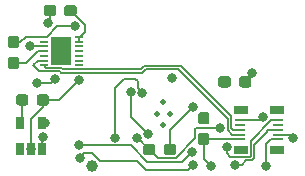
<source format=gbr>
G04 #@! TF.GenerationSoftware,KiCad,Pcbnew,(5.0.0-rc2-200-g1f6f76beb)*
G04 #@! TF.CreationDate,2020-02-24T22:29:59-05:00*
G04 #@! TF.ProjectId,watch-power,77617463682D706F7765722E6B696361,rev?*
G04 #@! TF.SameCoordinates,Original*
G04 #@! TF.FileFunction,Copper,L1,Top,Signal*
G04 #@! TF.FilePolarity,Positive*
%FSLAX46Y46*%
G04 Gerber Fmt 4.6, Leading zero omitted, Abs format (unit mm)*
G04 Created by KiCad (PCBNEW (5.0.0-rc2-200-g1f6f76beb)) date Mon Feb 24 22:29:59 2020*
%MOMM*%
%LPD*%
G01*
G04 APERTURE LIST*
G04 #@! TA.AperFunction,Conductor*
%ADD10C,0.100000*%
G04 #@! TD*
G04 #@! TA.AperFunction,SMDPad,CuDef*
%ADD11C,0.950000*%
G04 #@! TD*
G04 #@! TA.AperFunction,SMDPad,CuDef*
%ADD12R,0.700000X0.250000*%
G04 #@! TD*
G04 #@! TA.AperFunction,SMDPad,CuDef*
%ADD13R,1.780000X2.350000*%
G04 #@! TD*
G04 #@! TA.AperFunction,SMDPad,CuDef*
%ADD14R,0.650000X1.060000*%
G04 #@! TD*
G04 #@! TA.AperFunction,ViaPad*
%ADD15C,0.500000*%
G04 #@! TD*
G04 #@! TA.AperFunction,SMDPad,CuDef*
%ADD16R,0.920000X0.230000*%
G04 #@! TD*
G04 #@! TA.AperFunction,SMDPad,CuDef*
%ADD17R,1.200000X0.700000*%
G04 #@! TD*
G04 #@! TA.AperFunction,BGAPad,CuDef*
%ADD18C,1.000000*%
G04 #@! TD*
G04 #@! TA.AperFunction,ViaPad*
%ADD19C,0.800000*%
G04 #@! TD*
G04 #@! TA.AperFunction,Conductor*
%ADD20C,0.150000*%
G04 #@! TD*
G04 APERTURE END LIST*
D10*
G04 #@! TO.N,GND*
G04 #@! TO.C,C1*
G36*
X72447579Y-69263944D02*
X72470634Y-69267363D01*
X72493243Y-69273027D01*
X72515187Y-69280879D01*
X72536257Y-69290844D01*
X72556248Y-69302826D01*
X72574968Y-69316710D01*
X72592238Y-69332362D01*
X72607890Y-69349632D01*
X72621774Y-69368352D01*
X72633756Y-69388343D01*
X72643721Y-69409413D01*
X72651573Y-69431357D01*
X72657237Y-69453966D01*
X72660656Y-69477021D01*
X72661800Y-69500300D01*
X72661800Y-70075300D01*
X72660656Y-70098579D01*
X72657237Y-70121634D01*
X72651573Y-70144243D01*
X72643721Y-70166187D01*
X72633756Y-70187257D01*
X72621774Y-70207248D01*
X72607890Y-70225968D01*
X72592238Y-70243238D01*
X72574968Y-70258890D01*
X72556248Y-70272774D01*
X72536257Y-70284756D01*
X72515187Y-70294721D01*
X72493243Y-70302573D01*
X72470634Y-70308237D01*
X72447579Y-70311656D01*
X72424300Y-70312800D01*
X71949300Y-70312800D01*
X71926021Y-70311656D01*
X71902966Y-70308237D01*
X71880357Y-70302573D01*
X71858413Y-70294721D01*
X71837343Y-70284756D01*
X71817352Y-70272774D01*
X71798632Y-70258890D01*
X71781362Y-70243238D01*
X71765710Y-70225968D01*
X71751826Y-70207248D01*
X71739844Y-70187257D01*
X71729879Y-70166187D01*
X71722027Y-70144243D01*
X71716363Y-70121634D01*
X71712944Y-70098579D01*
X71711800Y-70075300D01*
X71711800Y-69500300D01*
X71712944Y-69477021D01*
X71716363Y-69453966D01*
X71722027Y-69431357D01*
X71729879Y-69409413D01*
X71739844Y-69388343D01*
X71751826Y-69368352D01*
X71765710Y-69349632D01*
X71781362Y-69332362D01*
X71798632Y-69316710D01*
X71817352Y-69302826D01*
X71837343Y-69290844D01*
X71858413Y-69280879D01*
X71880357Y-69273027D01*
X71902966Y-69267363D01*
X71926021Y-69263944D01*
X71949300Y-69262800D01*
X72424300Y-69262800D01*
X72447579Y-69263944D01*
X72447579Y-69263944D01*
G37*
D11*
G04 #@! TD*
G04 #@! TO.P,C1,2*
G04 #@! TO.N,GND*
X72186800Y-69787800D03*
D10*
G04 #@! TO.N,Net-(C1-Pad1)*
G04 #@! TO.C,C1*
G36*
X72447579Y-71013944D02*
X72470634Y-71017363D01*
X72493243Y-71023027D01*
X72515187Y-71030879D01*
X72536257Y-71040844D01*
X72556248Y-71052826D01*
X72574968Y-71066710D01*
X72592238Y-71082362D01*
X72607890Y-71099632D01*
X72621774Y-71118352D01*
X72633756Y-71138343D01*
X72643721Y-71159413D01*
X72651573Y-71181357D01*
X72657237Y-71203966D01*
X72660656Y-71227021D01*
X72661800Y-71250300D01*
X72661800Y-71825300D01*
X72660656Y-71848579D01*
X72657237Y-71871634D01*
X72651573Y-71894243D01*
X72643721Y-71916187D01*
X72633756Y-71937257D01*
X72621774Y-71957248D01*
X72607890Y-71975968D01*
X72592238Y-71993238D01*
X72574968Y-72008890D01*
X72556248Y-72022774D01*
X72536257Y-72034756D01*
X72515187Y-72044721D01*
X72493243Y-72052573D01*
X72470634Y-72058237D01*
X72447579Y-72061656D01*
X72424300Y-72062800D01*
X71949300Y-72062800D01*
X71926021Y-72061656D01*
X71902966Y-72058237D01*
X71880357Y-72052573D01*
X71858413Y-72044721D01*
X71837343Y-72034756D01*
X71817352Y-72022774D01*
X71798632Y-72008890D01*
X71781362Y-71993238D01*
X71765710Y-71975968D01*
X71751826Y-71957248D01*
X71739844Y-71937257D01*
X71729879Y-71916187D01*
X71722027Y-71894243D01*
X71716363Y-71871634D01*
X71712944Y-71848579D01*
X71711800Y-71825300D01*
X71711800Y-71250300D01*
X71712944Y-71227021D01*
X71716363Y-71203966D01*
X71722027Y-71181357D01*
X71729879Y-71159413D01*
X71739844Y-71138343D01*
X71751826Y-71118352D01*
X71765710Y-71099632D01*
X71781362Y-71082362D01*
X71798632Y-71066710D01*
X71817352Y-71052826D01*
X71837343Y-71040844D01*
X71858413Y-71030879D01*
X71880357Y-71023027D01*
X71902966Y-71017363D01*
X71926021Y-71013944D01*
X71949300Y-71012800D01*
X72424300Y-71012800D01*
X72447579Y-71013944D01*
X72447579Y-71013944D01*
G37*
D11*
G04 #@! TD*
G04 #@! TO.P,C1,1*
G04 #@! TO.N,Net-(C1-Pad1)*
X72186800Y-71537800D03*
D10*
G04 #@! TO.N,VIN*
G04 #@! TO.C,C2*
G36*
X90367779Y-72678144D02*
X90390834Y-72681563D01*
X90413443Y-72687227D01*
X90435387Y-72695079D01*
X90456457Y-72705044D01*
X90476448Y-72717026D01*
X90495168Y-72730910D01*
X90512438Y-72746562D01*
X90528090Y-72763832D01*
X90541974Y-72782552D01*
X90553956Y-72802543D01*
X90563921Y-72823613D01*
X90571773Y-72845557D01*
X90577437Y-72868166D01*
X90580856Y-72891221D01*
X90582000Y-72914500D01*
X90582000Y-73389500D01*
X90580856Y-73412779D01*
X90577437Y-73435834D01*
X90571773Y-73458443D01*
X90563921Y-73480387D01*
X90553956Y-73501457D01*
X90541974Y-73521448D01*
X90528090Y-73540168D01*
X90512438Y-73557438D01*
X90495168Y-73573090D01*
X90476448Y-73586974D01*
X90456457Y-73598956D01*
X90435387Y-73608921D01*
X90413443Y-73616773D01*
X90390834Y-73622437D01*
X90367779Y-73625856D01*
X90344500Y-73627000D01*
X89769500Y-73627000D01*
X89746221Y-73625856D01*
X89723166Y-73622437D01*
X89700557Y-73616773D01*
X89678613Y-73608921D01*
X89657543Y-73598956D01*
X89637552Y-73586974D01*
X89618832Y-73573090D01*
X89601562Y-73557438D01*
X89585910Y-73540168D01*
X89572026Y-73521448D01*
X89560044Y-73501457D01*
X89550079Y-73480387D01*
X89542227Y-73458443D01*
X89536563Y-73435834D01*
X89533144Y-73412779D01*
X89532000Y-73389500D01*
X89532000Y-72914500D01*
X89533144Y-72891221D01*
X89536563Y-72868166D01*
X89542227Y-72845557D01*
X89550079Y-72823613D01*
X89560044Y-72802543D01*
X89572026Y-72782552D01*
X89585910Y-72763832D01*
X89601562Y-72746562D01*
X89618832Y-72730910D01*
X89637552Y-72717026D01*
X89657543Y-72705044D01*
X89678613Y-72695079D01*
X89700557Y-72687227D01*
X89723166Y-72681563D01*
X89746221Y-72678144D01*
X89769500Y-72677000D01*
X90344500Y-72677000D01*
X90367779Y-72678144D01*
X90367779Y-72678144D01*
G37*
D11*
G04 #@! TD*
G04 #@! TO.P,C2,1*
G04 #@! TO.N,VIN*
X90057000Y-73152000D03*
D10*
G04 #@! TO.N,GND*
G04 #@! TO.C,C2*
G36*
X92117779Y-72678144D02*
X92140834Y-72681563D01*
X92163443Y-72687227D01*
X92185387Y-72695079D01*
X92206457Y-72705044D01*
X92226448Y-72717026D01*
X92245168Y-72730910D01*
X92262438Y-72746562D01*
X92278090Y-72763832D01*
X92291974Y-72782552D01*
X92303956Y-72802543D01*
X92313921Y-72823613D01*
X92321773Y-72845557D01*
X92327437Y-72868166D01*
X92330856Y-72891221D01*
X92332000Y-72914500D01*
X92332000Y-73389500D01*
X92330856Y-73412779D01*
X92327437Y-73435834D01*
X92321773Y-73458443D01*
X92313921Y-73480387D01*
X92303956Y-73501457D01*
X92291974Y-73521448D01*
X92278090Y-73540168D01*
X92262438Y-73557438D01*
X92245168Y-73573090D01*
X92226448Y-73586974D01*
X92206457Y-73598956D01*
X92185387Y-73608921D01*
X92163443Y-73616773D01*
X92140834Y-73622437D01*
X92117779Y-73625856D01*
X92094500Y-73627000D01*
X91519500Y-73627000D01*
X91496221Y-73625856D01*
X91473166Y-73622437D01*
X91450557Y-73616773D01*
X91428613Y-73608921D01*
X91407543Y-73598956D01*
X91387552Y-73586974D01*
X91368832Y-73573090D01*
X91351562Y-73557438D01*
X91335910Y-73540168D01*
X91322026Y-73521448D01*
X91310044Y-73501457D01*
X91300079Y-73480387D01*
X91292227Y-73458443D01*
X91286563Y-73435834D01*
X91283144Y-73412779D01*
X91282000Y-73389500D01*
X91282000Y-72914500D01*
X91283144Y-72891221D01*
X91286563Y-72868166D01*
X91292227Y-72845557D01*
X91300079Y-72823613D01*
X91310044Y-72802543D01*
X91322026Y-72782552D01*
X91335910Y-72763832D01*
X91351562Y-72746562D01*
X91368832Y-72730910D01*
X91387552Y-72717026D01*
X91407543Y-72705044D01*
X91428613Y-72695079D01*
X91450557Y-72687227D01*
X91473166Y-72681563D01*
X91496221Y-72678144D01*
X91519500Y-72677000D01*
X92094500Y-72677000D01*
X92117779Y-72678144D01*
X92117779Y-72678144D01*
G37*
D11*
G04 #@! TD*
G04 #@! TO.P,C2,2*
G04 #@! TO.N,GND*
X91807000Y-73152000D03*
D10*
G04 #@! TO.N,GND*
G04 #@! TO.C,C4*
G36*
X88551179Y-75704144D02*
X88574234Y-75707563D01*
X88596843Y-75713227D01*
X88618787Y-75721079D01*
X88639857Y-75731044D01*
X88659848Y-75743026D01*
X88678568Y-75756910D01*
X88695838Y-75772562D01*
X88711490Y-75789832D01*
X88725374Y-75808552D01*
X88737356Y-75828543D01*
X88747321Y-75849613D01*
X88755173Y-75871557D01*
X88760837Y-75894166D01*
X88764256Y-75917221D01*
X88765400Y-75940500D01*
X88765400Y-76515500D01*
X88764256Y-76538779D01*
X88760837Y-76561834D01*
X88755173Y-76584443D01*
X88747321Y-76606387D01*
X88737356Y-76627457D01*
X88725374Y-76647448D01*
X88711490Y-76666168D01*
X88695838Y-76683438D01*
X88678568Y-76699090D01*
X88659848Y-76712974D01*
X88639857Y-76724956D01*
X88618787Y-76734921D01*
X88596843Y-76742773D01*
X88574234Y-76748437D01*
X88551179Y-76751856D01*
X88527900Y-76753000D01*
X88052900Y-76753000D01*
X88029621Y-76751856D01*
X88006566Y-76748437D01*
X87983957Y-76742773D01*
X87962013Y-76734921D01*
X87940943Y-76724956D01*
X87920952Y-76712974D01*
X87902232Y-76699090D01*
X87884962Y-76683438D01*
X87869310Y-76666168D01*
X87855426Y-76647448D01*
X87843444Y-76627457D01*
X87833479Y-76606387D01*
X87825627Y-76584443D01*
X87819963Y-76561834D01*
X87816544Y-76538779D01*
X87815400Y-76515500D01*
X87815400Y-75940500D01*
X87816544Y-75917221D01*
X87819963Y-75894166D01*
X87825627Y-75871557D01*
X87833479Y-75849613D01*
X87843444Y-75828543D01*
X87855426Y-75808552D01*
X87869310Y-75789832D01*
X87884962Y-75772562D01*
X87902232Y-75756910D01*
X87920952Y-75743026D01*
X87940943Y-75731044D01*
X87962013Y-75721079D01*
X87983957Y-75713227D01*
X88006566Y-75707563D01*
X88029621Y-75704144D01*
X88052900Y-75703000D01*
X88527900Y-75703000D01*
X88551179Y-75704144D01*
X88551179Y-75704144D01*
G37*
D11*
G04 #@! TD*
G04 #@! TO.P,C4,2*
G04 #@! TO.N,GND*
X88290400Y-76228000D03*
D10*
G04 #@! TO.N,+3V3*
G04 #@! TO.C,C4*
G36*
X88551179Y-77454144D02*
X88574234Y-77457563D01*
X88596843Y-77463227D01*
X88618787Y-77471079D01*
X88639857Y-77481044D01*
X88659848Y-77493026D01*
X88678568Y-77506910D01*
X88695838Y-77522562D01*
X88711490Y-77539832D01*
X88725374Y-77558552D01*
X88737356Y-77578543D01*
X88747321Y-77599613D01*
X88755173Y-77621557D01*
X88760837Y-77644166D01*
X88764256Y-77667221D01*
X88765400Y-77690500D01*
X88765400Y-78265500D01*
X88764256Y-78288779D01*
X88760837Y-78311834D01*
X88755173Y-78334443D01*
X88747321Y-78356387D01*
X88737356Y-78377457D01*
X88725374Y-78397448D01*
X88711490Y-78416168D01*
X88695838Y-78433438D01*
X88678568Y-78449090D01*
X88659848Y-78462974D01*
X88639857Y-78474956D01*
X88618787Y-78484921D01*
X88596843Y-78492773D01*
X88574234Y-78498437D01*
X88551179Y-78501856D01*
X88527900Y-78503000D01*
X88052900Y-78503000D01*
X88029621Y-78501856D01*
X88006566Y-78498437D01*
X87983957Y-78492773D01*
X87962013Y-78484921D01*
X87940943Y-78474956D01*
X87920952Y-78462974D01*
X87902232Y-78449090D01*
X87884962Y-78433438D01*
X87869310Y-78416168D01*
X87855426Y-78397448D01*
X87843444Y-78377457D01*
X87833479Y-78356387D01*
X87825627Y-78334443D01*
X87819963Y-78311834D01*
X87816544Y-78288779D01*
X87815400Y-78265500D01*
X87815400Y-77690500D01*
X87816544Y-77667221D01*
X87819963Y-77644166D01*
X87825627Y-77621557D01*
X87833479Y-77599613D01*
X87843444Y-77578543D01*
X87855426Y-77558552D01*
X87869310Y-77539832D01*
X87884962Y-77522562D01*
X87902232Y-77506910D01*
X87920952Y-77493026D01*
X87940943Y-77481044D01*
X87962013Y-77471079D01*
X87983957Y-77463227D01*
X88006566Y-77457563D01*
X88029621Y-77454144D01*
X88052900Y-77453000D01*
X88527900Y-77453000D01*
X88551179Y-77454144D01*
X88551179Y-77454144D01*
G37*
D11*
G04 #@! TD*
G04 #@! TO.P,C4,1*
G04 #@! TO.N,+3V3*
X88290400Y-77978000D03*
D10*
G04 #@! TO.N,+BATT*
G04 #@! TO.C,R1*
G36*
X77323579Y-66632944D02*
X77346634Y-66636363D01*
X77369243Y-66642027D01*
X77391187Y-66649879D01*
X77412257Y-66659844D01*
X77432248Y-66671826D01*
X77450968Y-66685710D01*
X77468238Y-66701362D01*
X77483890Y-66718632D01*
X77497774Y-66737352D01*
X77509756Y-66757343D01*
X77519721Y-66778413D01*
X77527573Y-66800357D01*
X77533237Y-66822966D01*
X77536656Y-66846021D01*
X77537800Y-66869300D01*
X77537800Y-67344300D01*
X77536656Y-67367579D01*
X77533237Y-67390634D01*
X77527573Y-67413243D01*
X77519721Y-67435187D01*
X77509756Y-67456257D01*
X77497774Y-67476248D01*
X77483890Y-67494968D01*
X77468238Y-67512238D01*
X77450968Y-67527890D01*
X77432248Y-67541774D01*
X77412257Y-67553756D01*
X77391187Y-67563721D01*
X77369243Y-67571573D01*
X77346634Y-67577237D01*
X77323579Y-67580656D01*
X77300300Y-67581800D01*
X76725300Y-67581800D01*
X76702021Y-67580656D01*
X76678966Y-67577237D01*
X76656357Y-67571573D01*
X76634413Y-67563721D01*
X76613343Y-67553756D01*
X76593352Y-67541774D01*
X76574632Y-67527890D01*
X76557362Y-67512238D01*
X76541710Y-67494968D01*
X76527826Y-67476248D01*
X76515844Y-67456257D01*
X76505879Y-67435187D01*
X76498027Y-67413243D01*
X76492363Y-67390634D01*
X76488944Y-67367579D01*
X76487800Y-67344300D01*
X76487800Y-66869300D01*
X76488944Y-66846021D01*
X76492363Y-66822966D01*
X76498027Y-66800357D01*
X76505879Y-66778413D01*
X76515844Y-66757343D01*
X76527826Y-66737352D01*
X76541710Y-66718632D01*
X76557362Y-66701362D01*
X76574632Y-66685710D01*
X76593352Y-66671826D01*
X76613343Y-66659844D01*
X76634413Y-66649879D01*
X76656357Y-66642027D01*
X76678966Y-66636363D01*
X76702021Y-66632944D01*
X76725300Y-66631800D01*
X77300300Y-66631800D01*
X77323579Y-66632944D01*
X77323579Y-66632944D01*
G37*
D11*
G04 #@! TD*
G04 #@! TO.P,R1,2*
G04 #@! TO.N,+BATT*
X77012800Y-67106800D03*
D10*
G04 #@! TO.N,BATTPOW*
G04 #@! TO.C,R1*
G36*
X75573579Y-66632944D02*
X75596634Y-66636363D01*
X75619243Y-66642027D01*
X75641187Y-66649879D01*
X75662257Y-66659844D01*
X75682248Y-66671826D01*
X75700968Y-66685710D01*
X75718238Y-66701362D01*
X75733890Y-66718632D01*
X75747774Y-66737352D01*
X75759756Y-66757343D01*
X75769721Y-66778413D01*
X75777573Y-66800357D01*
X75783237Y-66822966D01*
X75786656Y-66846021D01*
X75787800Y-66869300D01*
X75787800Y-67344300D01*
X75786656Y-67367579D01*
X75783237Y-67390634D01*
X75777573Y-67413243D01*
X75769721Y-67435187D01*
X75759756Y-67456257D01*
X75747774Y-67476248D01*
X75733890Y-67494968D01*
X75718238Y-67512238D01*
X75700968Y-67527890D01*
X75682248Y-67541774D01*
X75662257Y-67553756D01*
X75641187Y-67563721D01*
X75619243Y-67571573D01*
X75596634Y-67577237D01*
X75573579Y-67580656D01*
X75550300Y-67581800D01*
X74975300Y-67581800D01*
X74952021Y-67580656D01*
X74928966Y-67577237D01*
X74906357Y-67571573D01*
X74884413Y-67563721D01*
X74863343Y-67553756D01*
X74843352Y-67541774D01*
X74824632Y-67527890D01*
X74807362Y-67512238D01*
X74791710Y-67494968D01*
X74777826Y-67476248D01*
X74765844Y-67456257D01*
X74755879Y-67435187D01*
X74748027Y-67413243D01*
X74742363Y-67390634D01*
X74738944Y-67367579D01*
X74737800Y-67344300D01*
X74737800Y-66869300D01*
X74738944Y-66846021D01*
X74742363Y-66822966D01*
X74748027Y-66800357D01*
X74755879Y-66778413D01*
X74765844Y-66757343D01*
X74777826Y-66737352D01*
X74791710Y-66718632D01*
X74807362Y-66701362D01*
X74824632Y-66685710D01*
X74843352Y-66671826D01*
X74863343Y-66659844D01*
X74884413Y-66649879D01*
X74906357Y-66642027D01*
X74928966Y-66636363D01*
X74952021Y-66632944D01*
X74975300Y-66631800D01*
X75550300Y-66631800D01*
X75573579Y-66632944D01*
X75573579Y-66632944D01*
G37*
D11*
G04 #@! TD*
G04 #@! TO.P,R1,1*
G04 #@! TO.N,BATTPOW*
X75262800Y-67106800D03*
D10*
G04 #@! TO.N,Net-(R2-Pad1)*
G04 #@! TO.C,R2*
G36*
X73236779Y-74202144D02*
X73259834Y-74205563D01*
X73282443Y-74211227D01*
X73304387Y-74219079D01*
X73325457Y-74229044D01*
X73345448Y-74241026D01*
X73364168Y-74254910D01*
X73381438Y-74270562D01*
X73397090Y-74287832D01*
X73410974Y-74306552D01*
X73422956Y-74326543D01*
X73432921Y-74347613D01*
X73440773Y-74369557D01*
X73446437Y-74392166D01*
X73449856Y-74415221D01*
X73451000Y-74438500D01*
X73451000Y-74913500D01*
X73449856Y-74936779D01*
X73446437Y-74959834D01*
X73440773Y-74982443D01*
X73432921Y-75004387D01*
X73422956Y-75025457D01*
X73410974Y-75045448D01*
X73397090Y-75064168D01*
X73381438Y-75081438D01*
X73364168Y-75097090D01*
X73345448Y-75110974D01*
X73325457Y-75122956D01*
X73304387Y-75132921D01*
X73282443Y-75140773D01*
X73259834Y-75146437D01*
X73236779Y-75149856D01*
X73213500Y-75151000D01*
X72638500Y-75151000D01*
X72615221Y-75149856D01*
X72592166Y-75146437D01*
X72569557Y-75140773D01*
X72547613Y-75132921D01*
X72526543Y-75122956D01*
X72506552Y-75110974D01*
X72487832Y-75097090D01*
X72470562Y-75081438D01*
X72454910Y-75064168D01*
X72441026Y-75045448D01*
X72429044Y-75025457D01*
X72419079Y-75004387D01*
X72411227Y-74982443D01*
X72405563Y-74959834D01*
X72402144Y-74936779D01*
X72401000Y-74913500D01*
X72401000Y-74438500D01*
X72402144Y-74415221D01*
X72405563Y-74392166D01*
X72411227Y-74369557D01*
X72419079Y-74347613D01*
X72429044Y-74326543D01*
X72441026Y-74306552D01*
X72454910Y-74287832D01*
X72470562Y-74270562D01*
X72487832Y-74254910D01*
X72506552Y-74241026D01*
X72526543Y-74229044D01*
X72547613Y-74219079D01*
X72569557Y-74211227D01*
X72592166Y-74205563D01*
X72615221Y-74202144D01*
X72638500Y-74201000D01*
X73213500Y-74201000D01*
X73236779Y-74202144D01*
X73236779Y-74202144D01*
G37*
D11*
G04 #@! TD*
G04 #@! TO.P,R2,1*
G04 #@! TO.N,Net-(R2-Pad1)*
X72926000Y-74676000D03*
D10*
G04 #@! TO.N,GND*
G04 #@! TO.C,R2*
G36*
X74986779Y-74202144D02*
X75009834Y-74205563D01*
X75032443Y-74211227D01*
X75054387Y-74219079D01*
X75075457Y-74229044D01*
X75095448Y-74241026D01*
X75114168Y-74254910D01*
X75131438Y-74270562D01*
X75147090Y-74287832D01*
X75160974Y-74306552D01*
X75172956Y-74326543D01*
X75182921Y-74347613D01*
X75190773Y-74369557D01*
X75196437Y-74392166D01*
X75199856Y-74415221D01*
X75201000Y-74438500D01*
X75201000Y-74913500D01*
X75199856Y-74936779D01*
X75196437Y-74959834D01*
X75190773Y-74982443D01*
X75182921Y-75004387D01*
X75172956Y-75025457D01*
X75160974Y-75045448D01*
X75147090Y-75064168D01*
X75131438Y-75081438D01*
X75114168Y-75097090D01*
X75095448Y-75110974D01*
X75075457Y-75122956D01*
X75054387Y-75132921D01*
X75032443Y-75140773D01*
X75009834Y-75146437D01*
X74986779Y-75149856D01*
X74963500Y-75151000D01*
X74388500Y-75151000D01*
X74365221Y-75149856D01*
X74342166Y-75146437D01*
X74319557Y-75140773D01*
X74297613Y-75132921D01*
X74276543Y-75122956D01*
X74256552Y-75110974D01*
X74237832Y-75097090D01*
X74220562Y-75081438D01*
X74204910Y-75064168D01*
X74191026Y-75045448D01*
X74179044Y-75025457D01*
X74169079Y-75004387D01*
X74161227Y-74982443D01*
X74155563Y-74959834D01*
X74152144Y-74936779D01*
X74151000Y-74913500D01*
X74151000Y-74438500D01*
X74152144Y-74415221D01*
X74155563Y-74392166D01*
X74161227Y-74369557D01*
X74169079Y-74347613D01*
X74179044Y-74326543D01*
X74191026Y-74306552D01*
X74204910Y-74287832D01*
X74220562Y-74270562D01*
X74237832Y-74254910D01*
X74256552Y-74241026D01*
X74276543Y-74229044D01*
X74297613Y-74219079D01*
X74319557Y-74211227D01*
X74342166Y-74205563D01*
X74365221Y-74202144D01*
X74388500Y-74201000D01*
X74963500Y-74201000D01*
X74986779Y-74202144D01*
X74986779Y-74202144D01*
G37*
D11*
G04 #@! TD*
G04 #@! TO.P,R2,2*
G04 #@! TO.N,GND*
X74676000Y-74676000D03*
D10*
G04 #@! TO.N,VIN*
G04 #@! TO.C,R3*
G36*
X83991580Y-78418544D02*
X84014635Y-78421963D01*
X84037244Y-78427627D01*
X84059188Y-78435479D01*
X84080258Y-78445444D01*
X84100249Y-78457426D01*
X84118969Y-78471310D01*
X84136239Y-78486962D01*
X84151891Y-78504232D01*
X84165775Y-78522952D01*
X84177757Y-78542943D01*
X84187722Y-78564013D01*
X84195574Y-78585957D01*
X84201238Y-78608566D01*
X84204657Y-78631621D01*
X84205801Y-78654900D01*
X84205801Y-79129900D01*
X84204657Y-79153179D01*
X84201238Y-79176234D01*
X84195574Y-79198843D01*
X84187722Y-79220787D01*
X84177757Y-79241857D01*
X84165775Y-79261848D01*
X84151891Y-79280568D01*
X84136239Y-79297838D01*
X84118969Y-79313490D01*
X84100249Y-79327374D01*
X84080258Y-79339356D01*
X84059188Y-79349321D01*
X84037244Y-79357173D01*
X84014635Y-79362837D01*
X83991580Y-79366256D01*
X83968301Y-79367400D01*
X83393301Y-79367400D01*
X83370022Y-79366256D01*
X83346967Y-79362837D01*
X83324358Y-79357173D01*
X83302414Y-79349321D01*
X83281344Y-79339356D01*
X83261353Y-79327374D01*
X83242633Y-79313490D01*
X83225363Y-79297838D01*
X83209711Y-79280568D01*
X83195827Y-79261848D01*
X83183845Y-79241857D01*
X83173880Y-79220787D01*
X83166028Y-79198843D01*
X83160364Y-79176234D01*
X83156945Y-79153179D01*
X83155801Y-79129900D01*
X83155801Y-78654900D01*
X83156945Y-78631621D01*
X83160364Y-78608566D01*
X83166028Y-78585957D01*
X83173880Y-78564013D01*
X83183845Y-78542943D01*
X83195827Y-78522952D01*
X83209711Y-78504232D01*
X83225363Y-78486962D01*
X83242633Y-78471310D01*
X83261353Y-78457426D01*
X83281344Y-78445444D01*
X83302414Y-78435479D01*
X83324358Y-78427627D01*
X83346967Y-78421963D01*
X83370022Y-78418544D01*
X83393301Y-78417400D01*
X83968301Y-78417400D01*
X83991580Y-78418544D01*
X83991580Y-78418544D01*
G37*
D11*
G04 #@! TD*
G04 #@! TO.P,R3,1*
G04 #@! TO.N,VIN*
X83680801Y-78892400D03*
D10*
G04 #@! TO.N,Net-(R3-Pad2)*
G04 #@! TO.C,R3*
G36*
X85741580Y-78418544D02*
X85764635Y-78421963D01*
X85787244Y-78427627D01*
X85809188Y-78435479D01*
X85830258Y-78445444D01*
X85850249Y-78457426D01*
X85868969Y-78471310D01*
X85886239Y-78486962D01*
X85901891Y-78504232D01*
X85915775Y-78522952D01*
X85927757Y-78542943D01*
X85937722Y-78564013D01*
X85945574Y-78585957D01*
X85951238Y-78608566D01*
X85954657Y-78631621D01*
X85955801Y-78654900D01*
X85955801Y-79129900D01*
X85954657Y-79153179D01*
X85951238Y-79176234D01*
X85945574Y-79198843D01*
X85937722Y-79220787D01*
X85927757Y-79241857D01*
X85915775Y-79261848D01*
X85901891Y-79280568D01*
X85886239Y-79297838D01*
X85868969Y-79313490D01*
X85850249Y-79327374D01*
X85830258Y-79339356D01*
X85809188Y-79349321D01*
X85787244Y-79357173D01*
X85764635Y-79362837D01*
X85741580Y-79366256D01*
X85718301Y-79367400D01*
X85143301Y-79367400D01*
X85120022Y-79366256D01*
X85096967Y-79362837D01*
X85074358Y-79357173D01*
X85052414Y-79349321D01*
X85031344Y-79339356D01*
X85011353Y-79327374D01*
X84992633Y-79313490D01*
X84975363Y-79297838D01*
X84959711Y-79280568D01*
X84945827Y-79261848D01*
X84933845Y-79241857D01*
X84923880Y-79220787D01*
X84916028Y-79198843D01*
X84910364Y-79176234D01*
X84906945Y-79153179D01*
X84905801Y-79129900D01*
X84905801Y-78654900D01*
X84906945Y-78631621D01*
X84910364Y-78608566D01*
X84916028Y-78585957D01*
X84923880Y-78564013D01*
X84933845Y-78542943D01*
X84945827Y-78522952D01*
X84959711Y-78504232D01*
X84975363Y-78486962D01*
X84992633Y-78471310D01*
X85011353Y-78457426D01*
X85031344Y-78445444D01*
X85052414Y-78435479D01*
X85074358Y-78427627D01*
X85096967Y-78421963D01*
X85120022Y-78418544D01*
X85143301Y-78417400D01*
X85718301Y-78417400D01*
X85741580Y-78418544D01*
X85741580Y-78418544D01*
G37*
D11*
G04 #@! TD*
G04 #@! TO.P,R3,2*
G04 #@! TO.N,Net-(R3-Pad2)*
X85430801Y-78892400D03*
D12*
G04 #@! TO.P,U1,14*
G04 #@! TO.N,SCL*
X74774000Y-71742000D03*
G04 #@! TO.P,U1,13*
G04 #@! TO.N,SDA*
X74774000Y-71342000D03*
G04 #@! TO.P,U1,12*
G04 #@! TO.N,N/C*
X74774000Y-70942000D03*
G04 #@! TO.P,U1,11*
G04 #@! TO.N,Net-(C1-Pad1)*
X74774000Y-70542000D03*
G04 #@! TO.P,U1,10*
G04 #@! TO.N,BATTPOW*
X74774000Y-70142000D03*
G04 #@! TO.P,U1,9*
G04 #@! TO.N,N/C*
X74774000Y-69742000D03*
G04 #@! TO.P,U1,6*
G04 #@! TO.N,+BATT*
X77724000Y-69742000D03*
G04 #@! TO.P,U1,5*
G04 #@! TO.N,N/C*
X77724000Y-70142000D03*
G04 #@! TO.P,U1,4*
X77724000Y-70542000D03*
G04 #@! TO.P,U1,3*
X77724000Y-70942000D03*
G04 #@! TO.P,U1,2*
X77724000Y-71342000D03*
G04 #@! TO.P,U1,1*
X77724000Y-71742000D03*
G04 #@! TO.P,U1,7*
G04 #@! TO.N,+BATT*
X77724000Y-69342000D03*
G04 #@! TO.P,U1,8*
G04 #@! TO.N,GND*
X74774000Y-69342000D03*
D13*
G04 #@! TO.P,U1,15*
G04 #@! TO.N,N/C*
X76249000Y-70542000D03*
G04 #@! TD*
D14*
G04 #@! TO.P,U2,1*
G04 #@! TO.N,N/C*
X72710000Y-78824000D03*
G04 #@! TO.P,U2,2*
G04 #@! TO.N,GND*
X73660000Y-78824000D03*
G04 #@! TO.P,U2,3*
G04 #@! TO.N,+BATT*
X74610000Y-78824000D03*
G04 #@! TO.P,U2,4*
G04 #@! TO.N,VBUS*
X74610000Y-76624000D03*
G04 #@! TO.P,U2,5*
G04 #@! TO.N,Net-(R2-Pad1)*
X72710000Y-76624000D03*
G04 #@! TD*
D15*
G04 #@! TO.N,GND*
G04 #@! TO.C,U3*
X84886800Y-74894400D03*
X84311800Y-75844400D03*
X85461800Y-75844400D03*
X84886800Y-76794400D03*
G04 #@! TD*
D16*
G04 #@! TO.P,P1,6*
G04 #@! TO.N,SCL*
X91324000Y-77216000D03*
G04 #@! TO.P,P1,4*
G04 #@! TO.N,SDA*
X91324000Y-77616000D03*
G04 #@! TO.P,P1,8*
G04 #@! TO.N,N/C*
X91324000Y-76816000D03*
G04 #@! TO.P,P1,2*
G04 #@! TO.N,+3V3*
X91324000Y-78016000D03*
G04 #@! TO.P,P1,10*
G04 #@! TO.N,+5V*
X91324000Y-76416000D03*
G04 #@! TO.P,P1,5*
G04 #@! TO.N,USB_DN*
X94604000Y-77216000D03*
G04 #@! TO.P,P1,3*
G04 #@! TO.N,USB_DP*
X94604000Y-77616000D03*
G04 #@! TO.P,P1,7*
G04 #@! TO.N,N/C*
X94604000Y-76816000D03*
G04 #@! TO.P,P1,1*
G04 #@! TO.N,GND*
X94604000Y-78016000D03*
G04 #@! TO.P,P1,9*
G04 #@! TO.N,VBUS*
X94604000Y-76416000D03*
D17*
G04 #@! TO.P,P1,P1*
G04 #@! TO.N,N/C*
X91464000Y-78916000D03*
G04 #@! TO.P,P1,P3*
X94464000Y-78916000D03*
G04 #@! TO.P,P1,P4*
X94464000Y-75516000D03*
G04 #@! TO.P,P1,P2*
X91464000Y-75516000D03*
G04 #@! TD*
D18*
G04 #@! TO.P,TP4,1*
G04 #@! TO.N,VBUS*
X78841600Y-80264000D03*
G04 #@! TD*
D19*
G04 #@! TO.N,+BATT*
X77012800Y-67106800D03*
X74676000Y-77825600D03*
X74218800Y-73253600D03*
X75724000Y-72867228D03*
G04 #@! TO.N,GND*
X73660000Y-78824000D03*
X92354400Y-72440800D03*
X88290400Y-76228000D03*
X77724000Y-73017038D03*
X85620800Y-72796400D03*
X77368400Y-68427600D03*
X93573600Y-80314800D03*
G04 #@! TO.N,VIN*
X90057000Y-73152000D03*
X83091018Y-74085767D03*
X82683936Y-77924425D03*
X80772000Y-77876400D03*
X89713976Y-77063600D03*
X83680801Y-78892400D03*
G04 #@! TO.N,+3V3*
X88900000Y-80264000D03*
X82143600Y-74015600D03*
X83566000Y-77571600D03*
X88290400Y-77978000D03*
G04 #@! TO.N,VBUS*
X78841600Y-80264000D03*
X74843810Y-76624000D03*
X90231962Y-78641010D03*
G04 #@! TO.N,BATTPOW*
X75133200Y-68173600D03*
X73558400Y-70104000D03*
G04 #@! TO.N,USB_DP*
X95895000Y-77927200D03*
X77781815Y-79586766D03*
X87345498Y-80192017D03*
G04 #@! TO.N,USB_DN*
X77771997Y-78517616D03*
X90932000Y-80162400D03*
X87336683Y-79049506D03*
G04 #@! TO.N,Net-(R3-Pad2)*
X87376000Y-75285600D03*
G04 #@! TO.N,+5V*
X93323188Y-76133790D03*
G04 #@! TD*
D20*
G04 #@! TO.N,+BATT*
X74610000Y-78824000D02*
X74610000Y-77891600D01*
X74610000Y-77891600D02*
X74676000Y-77825600D01*
X75337628Y-73253600D02*
X75724000Y-72867228D01*
X74218800Y-73253600D02*
X75337628Y-73253600D01*
X77724000Y-69467000D02*
X78224000Y-68967000D01*
X78224000Y-68318000D02*
X77012800Y-67106800D01*
X77724000Y-69742000D02*
X77724000Y-69467000D01*
X78224000Y-68967000D02*
X78224000Y-68318000D01*
G04 #@! TO.N,GND*
X73207600Y-69342000D02*
X74774000Y-69342000D01*
X72761800Y-69787800D02*
X73207600Y-69342000D01*
X72186800Y-69787800D02*
X72761800Y-69787800D01*
X91807000Y-73152000D02*
X91807000Y-72988200D01*
X91807000Y-72988200D02*
X92354400Y-72440800D01*
X73660000Y-76267000D02*
X73660000Y-78824000D01*
X74676000Y-75251000D02*
X73660000Y-76267000D01*
X74676000Y-74676000D02*
X74676000Y-75251000D01*
X76065038Y-74676000D02*
X77724000Y-73017038D01*
X74676000Y-74676000D02*
X76065038Y-74676000D01*
X74999000Y-69342000D02*
X75913400Y-68427600D01*
X74774000Y-69342000D02*
X74999000Y-69342000D01*
X75913400Y-68427600D02*
X77368400Y-68427600D01*
X93994000Y-78016000D02*
X93573600Y-78436400D01*
X94604000Y-78016000D02*
X93994000Y-78016000D01*
X93573600Y-78436400D02*
X93573600Y-80314800D01*
G04 #@! TO.N,Net-(C1-Pad1)*
X72186800Y-71537800D02*
X73278200Y-71537800D01*
X73278200Y-71537800D02*
X74274000Y-70542000D01*
X74274000Y-70542000D02*
X74774000Y-70542000D01*
G04 #@! TO.N,VIN*
X83680801Y-78892400D02*
X82712826Y-77924425D01*
X82712826Y-77924425D02*
X82683936Y-77924425D01*
X82691019Y-73685768D02*
X82691019Y-73089819D01*
X83091018Y-74085767D02*
X82691019Y-73685768D01*
X82691019Y-73089819D02*
X82499200Y-72898000D01*
X82499200Y-72898000D02*
X81584800Y-72898000D01*
X81584800Y-72898000D02*
X80772000Y-73710800D01*
X80772000Y-73710800D02*
X80772000Y-77876400D01*
X87590390Y-77911901D02*
X87590390Y-77154010D01*
X84380811Y-79592410D02*
X85909881Y-79592410D01*
X83680801Y-78892400D02*
X84380811Y-79592410D01*
X85909881Y-79592410D02*
X87590390Y-77911901D01*
X87590390Y-77154010D02*
X87680800Y-77063600D01*
X87680800Y-77063600D02*
X89713976Y-77063600D01*
G04 #@! TO.N,+3V3*
X88290400Y-77978000D02*
X88290400Y-79654400D01*
X88290400Y-79654400D02*
X88900000Y-80264000D01*
X88328400Y-78016000D02*
X88290400Y-77978000D01*
X91324000Y-78016000D02*
X88328400Y-78016000D01*
X82143600Y-76149200D02*
X83566000Y-77571600D01*
X82143600Y-74015600D02*
X82143600Y-76149200D01*
G04 #@! TO.N,VBUS*
X90516268Y-79491001D02*
X90231962Y-79206695D01*
X90231962Y-79206695D02*
X90231962Y-78641010D01*
X93994000Y-76416000D02*
X92289001Y-78120999D01*
X92244001Y-79491001D02*
X90516268Y-79491001D01*
X92289001Y-79446001D02*
X92244001Y-79491001D01*
X94604000Y-76416000D02*
X93994000Y-76416000D01*
X92289001Y-78120999D02*
X92289001Y-79446001D01*
G04 #@! TO.N,BATTPOW*
X75262800Y-67106800D02*
X75262800Y-68044000D01*
X75262800Y-68044000D02*
X75133200Y-68173600D01*
X74736000Y-70104000D02*
X74774000Y-70142000D01*
X73558400Y-70104000D02*
X74736000Y-70104000D01*
G04 #@! TO.N,USB_DP*
X94604000Y-77616000D02*
X95583800Y-77616000D01*
X95895000Y-77927200D02*
X95583800Y-77616000D01*
X82644700Y-79857600D02*
X83379116Y-80592016D01*
X86945499Y-80592016D02*
X87345498Y-80192017D01*
X77781815Y-79586766D02*
X78181814Y-79186767D01*
X79508202Y-79857600D02*
X82644700Y-79857600D01*
X78181814Y-79186767D02*
X78837369Y-79186767D01*
X83379116Y-80592016D02*
X86945499Y-80592016D01*
X78837369Y-79186767D02*
X79508202Y-79857600D01*
G04 #@! TO.N,USB_DN*
X94604000Y-77216000D02*
X93675200Y-77216000D01*
X91497685Y-80162400D02*
X90932000Y-80162400D01*
X91869073Y-79791012D02*
X91497685Y-80162400D01*
X92589012Y-79570269D02*
X92368269Y-79791012D01*
X93675200Y-77419200D02*
X92589012Y-78505388D01*
X93675200Y-77216000D02*
X93675200Y-77419200D01*
X92589012Y-78505388D02*
X92589012Y-79570269D01*
X92368269Y-79791012D02*
X91869073Y-79791012D01*
X77771997Y-78517616D02*
X82126927Y-78517616D01*
X82126927Y-78517616D02*
X83501732Y-79892421D01*
X86493768Y-79892421D02*
X87336683Y-79049506D01*
X83501732Y-79892421D02*
X86493768Y-79892421D01*
G04 #@! TO.N,Net-(R2-Pad1)*
X72926000Y-76408000D02*
X72710000Y-76624000D01*
X72926000Y-74676000D02*
X72926000Y-76408000D01*
G04 #@! TO.N,Net-(R3-Pad2)*
X85430801Y-78892400D02*
X85430801Y-77230799D01*
X85430801Y-77230799D02*
X87376000Y-75285600D01*
G04 #@! TO.N,+5V*
X91324000Y-76416000D02*
X93040978Y-76416000D01*
X93040978Y-76416000D02*
X93323188Y-76133790D01*
G04 #@! TO.N,SCL*
X90638999Y-77064786D02*
X90790213Y-77216000D01*
X74974001Y-71942001D02*
X76209283Y-71942001D01*
X90638999Y-76059399D02*
X90638999Y-77064786D01*
X74774000Y-71742000D02*
X74974001Y-71942001D01*
X83267452Y-71796379D02*
X86375979Y-71796379D01*
X82971830Y-72092001D02*
X83267452Y-71796379D01*
X76359283Y-72092001D02*
X82971830Y-72092001D01*
X86375979Y-71796379D02*
X90638999Y-76059399D01*
X90790213Y-77216000D02*
X91324000Y-77216000D01*
X76209283Y-71942001D02*
X76359283Y-72092001D01*
G04 #@! TO.N,SDA*
X74774000Y-71342000D02*
X74274000Y-71342000D01*
X76235015Y-72392012D02*
X83096098Y-72392012D01*
X90338988Y-77240988D02*
X90714000Y-77616000D01*
X73867991Y-71748009D02*
X74361994Y-72242012D01*
X90338988Y-76335498D02*
X90338988Y-77240988D01*
X74361994Y-72242012D02*
X76085015Y-72242012D01*
X90714000Y-77616000D02*
X91324000Y-77616000D01*
X83096098Y-72392012D02*
X83391720Y-72096390D01*
X86099880Y-72096390D02*
X90338988Y-76335498D01*
X74274000Y-71342000D02*
X73867991Y-71748009D01*
X83391720Y-72096390D02*
X86099880Y-72096390D01*
X76085015Y-72242012D02*
X76235015Y-72392012D01*
G04 #@! TD*
M02*

</source>
